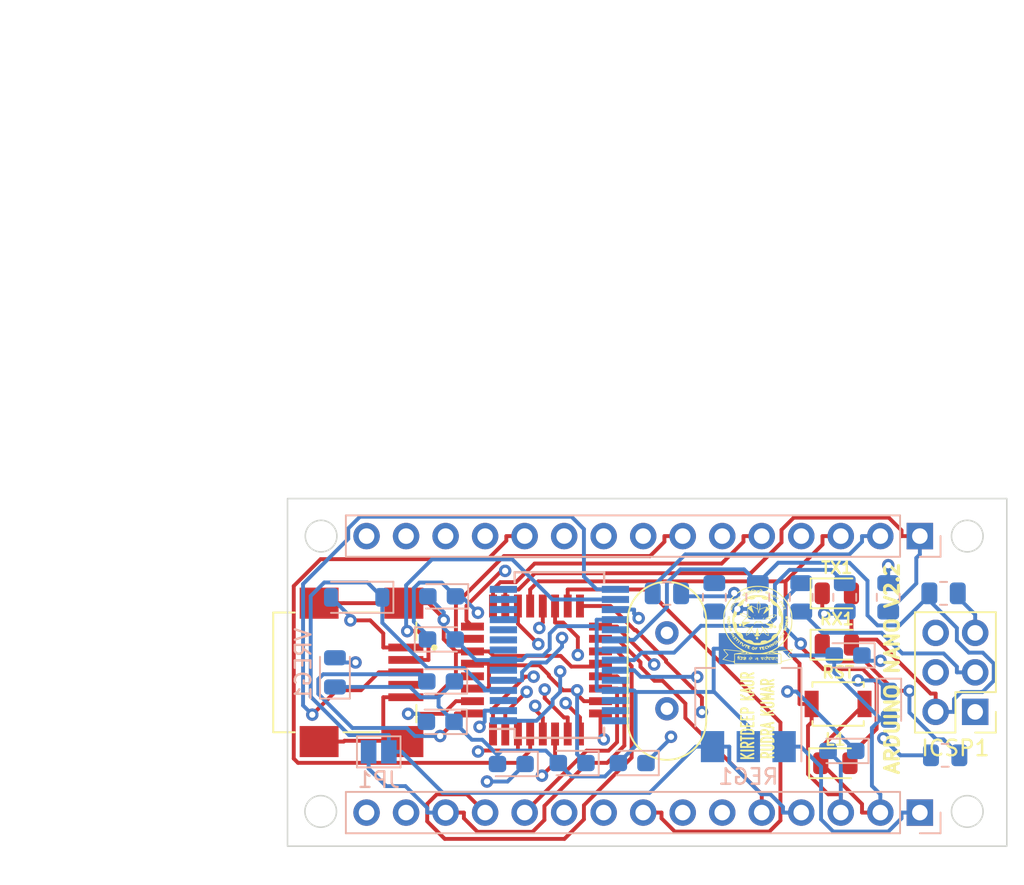
<source format=kicad_pcb>
(kicad_pcb (version 20221018) (generator pcbnew)
  (layers (0 "F.Cu" mixed) (1 "In1.Cu" mixed) (2 "In2.Cu" mixed) (31 "B.Cu" mixed) (34 "B.Paste" user) (35 "F.Paste" user) (36 "B.SilkS" user "B.Silkscreen") (37 "F.SilkS" user "F.Silkscreen") (38 "B.Mask" user) (39 "F.Mask" user) (44 "Edge.Cuts" user))
  (net 0 "")
  (net 1 "GND")
  (net 2 "Net-(U1-(PCINT6{slash}XTAL1{slash}TOSC1)_PB6)")
  (net 3 "+5V")
  (net 4 "+5C")
  (net 5 "Net-(U1-(PCINT7{slash}XTAL2{slash}TOSC2)_PB7)")
  (net 6 "/D3")
  (net 7 "/D4")
  (net 8 "/D5")
  (net 9 "/D6")
  (net 10 "/D7")
  (net 11 "/D8")
  (net 12 "/D9")
  (net 13 "/AREF")
  (net 14 "/D10")
  (net 15 "/D11{slash}MOSI")
  (net 16 "/D12{slash}MISO")
  (net 17 "/D13{slash}SCK")
  (net 18 "/A6")
  (net 19 "/A7")
  (net 20 "/A0")
  (net 21 "/A1")
  (net 22 "/A2")
  (net 23 "/A3")
  (net 24 "/A4")
  (net 25 "/A5")
  (net 26 "/D0{slash}RX")
  (net 27 "/D1{slash}TX")
  (net 28 "/RX")
  (net 29 "Net-(USB1-DTR)")
  (net 30 "Net-(USB1-CBUS1)")
  (net 31 "+3V3")
  (net 32 "/TX")
  (net 33 "Net-(USB1-CBUS0)")
  (net 41 "VUSB")
  (net 47 "/D2")
  (net 48 "VIN")
  (net 49 "Net-(VREG1-A)")
  (net 52 "Net-(USB1-USBD+)")
  (net 53 "Net-(USB1-USBD-)")
  (net 55 "/RST")
  (net 56 "Net-(L1-A)")
  (net 57 "Net-(TX1-K)")
  (net 58 "Net-(RX1-K)")
  (footprint "Button_Switch_SMD:SW_SPST_B3U-1000P-B" (layer "F.Cu") (at 110.0605 140.156)
    (fp_text reference "RST1" hide)
    (fp_text value "SW_Push")
  )
  (footprint "Connector_PinHeader_2.54mm:PinHeader_2x03_P2.54mm_Vertical" (layer "F.Cu") (at 118.872 140.664 180)
    (fp_text reference "ICSP1")
    (fp_text value "AVR-ISP-6")
  )
  (footprint "LED_SMD:LED_0805_2012Metric" (layer "F.Cu") (at 109.885 143.966)
    (fp_text reference "L1")
    (fp_text value "L_AMBER")
  )
  (footprint "LED_SMD:LED_0805_2012Metric" (layer "F.Cu") (at 109.982 136.346)
    (fp_text reference "RX1")
    (fp_text value "RX")
  )
  (footprint "10033526-N3212LF:AMPHENOL_10033526-N3212LF" (layer "F.Cu") (at 79.608 138.124 -90)
    (fp_text reference "USB_B_ADAPTER1" hide)
    (fp_text value "10033526-N3212LF")
  )
  (footprint "LED_SMD:LED_0805_2012Metric" (layer "F.Cu") (at 109.982 133.044)
    (fp_text reference "TX1")
    (fp_text value "TX")
  )
  (footprint "Crystal:Crystal_HC49-4H_Vertical" (layer "F.Cu") (at 99.06 140.464 90)
    (fp_text reference "Y1" hide)
    (fp_text value "Crystal")
  )
  (footprint "logo file:2" (layer "F.Cu") (at 104.902 135.076)
    (fp_text reference "G***" hide)
    (fp_text value "LOGO" hide)
  )
  (footprint "ATMEGA168-20AU:QFP80P900X900X120-32N" (layer "F.Cu") (at 90.678 137.9716)
    (fp_text reference "U1" hide)
    (fp_text value "ATMEGA168-20AU" hide)
  )
  (footprint "Package_TO_SOT_SMD:SOT-223-3_TabPin2" (layer "B.Cu") (at 104.292 139.75 90)
    (fp_text reference "REG1")
    (fp_text value "L7805")
  )
  (footprint "Capacitor_Tantalum_SMD:CP_EIA-2012-12_Kemet-R" (layer "B.Cu") (at 113.33 140.2385 -90)
    (fp_text reference "C9" hide)
    (fp_text value "0.1uF")
  )
  (footprint "Capacitor_Tantalum_SMD:CP_EIA-2012-12_Kemet-R" (layer "B.Cu") (at 84.582 133.236 180)
    (fp_text reference "C3" hide)
    (fp_text value "0.1uF")
  )
  (footprint "Capacitor_Tantalum_SMD:CP_EIA-2012-12_Kemet-R" (layer "B.Cu") (at 89.0575 144.016 180)
    (fp_text reference "C7" hide)
    (fp_text value "0.1uF")
  )
  (footprint "Capacitor_Tantalum_SMD:CP_EIA-2012-12_Kemet-R" (layer "B.Cu") (at 84.565 136.006)
    (fp_text reference "C2" hide)
    (fp_text value "4.7uF")
  )
  (footprint "Capacitor_Tantalum_SMD:CP_EIA-2012-12_Kemet-R" (layer "B.Cu") (at 110.3075 143.176 180)
    (fp_text reference "C4" hide)
    (fp_text value "0.1uF")
  )
  (footprint "Capacitor_Tantalum_SMD:CP_EIA-2012-12_Kemet-R" (layer "B.Cu") (at 92.9675 143.956 180)
    (fp_text reference "C10" hide)
    (fp_text value "4.7uF")
  )
  (footprint "LED_SMD:LED_0805_2012Metric" (layer "B.Cu") (at 77.724 138.124 90)
    (fp_text reference "VREG1")
    (fp_text value "BLUE")
  )
  (footprint "Resistor_SMD:R_0805_2012Metric" (layer "B.Cu") (at 102.108 133.298 -90)
    (fp_text reference "RP1D1" hide)
    (fp_text value "1K")
  )
  (footprint "Capacitor_Tantalum_SMD:CP_EIA-2012-12_Kemet-R" (layer "B.Cu") (at 84.49 141.306 180)
    (fp_text reference "C5" hide)
    (fp_text value "15pF")
  )
  (footprint "Resistor_SMD:R_0805_2012Metric" (layer "B.Cu") (at 110.49 133.298 -90)
    (fp_text reference "RP2C1" hide)
    (fp_text value "680")
  )
  (footprint "Resistor_SMD:R_0805_2012Metric" (layer "B.Cu") (at 104.902 133.298 -90)
    (fp_text reference "RP2A1" hide)
    (fp_text value "680")
  )
  (footprint "Diode_SMD:D_SOD-123" (layer "B.Cu") (at 79.12 133.298 180)
    (fp_text reference "D1" hide)
    (fp_text value "MBR0520LT")
  )
  (footprint "Resistor_SMD:R_0805_2012Metric" (layer "B.Cu") (at 107.696 133.298 -90)
    (fp_text reference "RP2B1" hide)
    (fp_text value "680")
  )
  (footprint "Capacitor_Tantalum_SMD:CP_EIA-2012-12_Kemet-R" (layer "B.Cu") (at 110.7025 137.036 180)
    (fp_text reference "C1" hide)
    (fp_text value "0.1uF")
  )
  (footprint "Package_SO:SSOP-28_5.3x10.2mm_P0.65mm" (layer "B.Cu") (at 92.15 137.011)
    (fp_text reference "USB1" hide)
    (fp_text value "FT232RL")
  )
  (footprint "Capacitor_Tantalum_SMD:CP_EIA-2012-12_Kemet-R" (layer "B.Cu") (at 96.8275 143.956 180)
    (fp_text reference "C8" hide)
    (fp_text value "4.7uF")
  )
  (footprint "Jumper:SolderJumper-2_P1.3mm_Open_Pad1.0x1.5mm" (layer "B.Cu") (at 80.54 143.236)
    (fp_text reference "JP1")
    (fp_text value "2XJP")
  )
  (footprint "Capacitor_Tantalum_SMD:CP_EIA-2012-12_Kemet-R" (layer "B.Cu") (at 84.515 138.706 180)
    (fp_text reference "C6" hide)
    (fp_text value "15pF")
  )
  (footprint "Connector_PinHeader_2.54mm:PinHeader_1x15_P2.54mm_Vertical" (layer "B.Cu") (at 115.316 147.141 90)
    (fp_text reference "J2" hide)
    (fp_text value "Conn_01x15")
  )
  (footprint "Resistor_SMD:R_0805_2012Metric" (layer "B.Cu") (at 113.284 133.298 -90)
    (fp_text reference "RP1C1" hide)
    (fp_text value "1K")
  )
  (footprint "Resistor_SMD:R_0805_2012Metric" (layer "B.Cu") (at 116.9435 143.458)
    (fp_text reference "RP2D1" hide)
    (fp_text value "680")
  )
  (footprint "Resistor_SMD:R_0805_2012Metric" (layer "B.Cu") (at 99.06 133.044 180)
    (fp_text reference "RP1B1" hide)
    (fp_text value "1K")
  )
  (footprint "Resistor_SMD:R_0805_2012Metric" (layer "B.Cu") (at 116.84 133.044)
    (fp_text reference "RP1A1" hide)
    (fp_text value "1K")
  )
  (footprint "Connector_PinHeader_2.54mm:PinHeader_1x15_P2.54mm_Vertical" (layer "B.Cu") (at 115.316 129.361 90)
    (fp_text reference "J4" hide)
    (fp_text value "Conn_01x15")
  )
  (gr_circle (center 76.835 129.361) (end 77.851 129.361) (stroke (width 0.1)) (fill none) (layer "Edge.Cuts"))
  (gr_circle (center 118.364 147.066) (end 119.38 147.066) (stroke (width 0.1)) (fill none) (layer "Edge.Cuts"))
  (gr_circle (center 76.81 147.066) (end 77.826 147.066) (stroke (width 0.1)) (fill none) (layer "Edge.Cuts"))
  (gr_rect (start 74.676 126.948) (end 120.904 149.3) (stroke (width 0.1)) (fill none) (layer "Edge.Cuts"))
  (gr_circle (center 118.364 129.361) (end 119.38 129.361) (stroke (width 0.1)) (fill none) (layer "Edge.Cuts"))
  (gr_text "RST" (at 110.0605 138.124) (layer "F.SilkS") (effects (font (size 0.746 0.746))))
  (gr_text "KIRTDEEP KAUR\nRUDRA KUMAR \n" (at 104.902 140.918 90) (layer "F.SilkS") (effects (font (size 0.80024 0.484) (thickness 0.121) bold)))
  (gr_text "ARDUINO NANO V2.2" (at 113.538 137.87 90) (layer "F.SilkS") (effects (font (size 0.8904 0.8904) (thickness 0.1984) bold)))
  (segment (start 80.5811 133.674) (end 78.2849 133.674) (width 0.25) (layer "F.Cu") (net 1))
  (segment (start 80.8311 142.5214) (end 78.3375 142.5214) (width 0.25) (layer "F.Cu") (net 1))
  (segment (start 112.776 147.141) (end 111.5991 147.141) (width 0.25) (layer "F.Cu") (net 1))
  (segment (start 85.4997 138.378) (end 84.1537 139.724) (width 0.25) (layer "F.Cu") (net 1))
  (segment (start 84.7176 135.9957) (end 84.7176 134.7505) (width 0.25) (layer "F.Cu") (net 1))
  (segment (start 76.708 142.574) (end 78.2849 142.574) (width 0.25) (layer "F.Cu") (net 1))
  (segment (start 87.9153 137.0664) (end 87.6267 136.7778) (width 0.25) (layer "F.Cu") (net 1))
  (segment (start 86.5632 138.378) (end 85.4997 138.378) (width 0.25) (layer "F.Cu") (net 1))
  (segment (start 108.9742 142.9423) (end 111.7605 140.156) (width 0.25) (layer "F.Cu") (net 1))
  (segment (start 84.1537 139.724) (end 83.7349 139.724) (width 0.25) (layer "F.Cu") (net 1))
  (segment (start 80.8311 142.5214) (end 80.8837 142.574) (width 0.25) (layer "F.Cu") (net 1))
  (segment (start 108.9742 143.966) (end 108.9742 142.9423) (width 0.25) (layer "F.Cu") (net 1))
  (segment (start 94.6076 137.7504) (end 92.9177 137.7504) (width 0.25) (layer "F.Cu") (net 1))
  (segment (start 92.2337 137.0664) (end 87.9153 137.0664) (width 0.25) (layer "F.Cu") (net 1))
  (segment (start 111.5991 147.141) (end 111.5991 146.5909) (width 0.25) (layer "F.Cu") (net 1))
  (segment (start 80.8311 139.724) (end 80.8311 142.5214) (width 0.25) (layer "F.Cu") (net 1))
  (segment (start 78.3375 142.5214) (end 78.2849 142.574) (width 0.25) (layer "F.Cu") (net 1))
  (segment (start 94.7928 137.5652) (end 94.6076 137.7504) (width 0.25) (layer "F.Cu") (net 1))
  (segment (start 82.158 133.674) (end 83.7349 133.674) (width 0.25) (layer "F.Cu") (net 1))
  (segment (start 111.5991 146.5909) (end 108.9742 143.966) (width 0.25) (layer "F.Cu") (net 1))
  (segment (start 108.9742 143.966) (end 108.9475 143.966) (width 0.25) (layer "F.Cu") (net 1))
  (segment (start 86.5632 136.7778) (end 85.4997 136.7778) (width 0.25) (layer "F.Cu") (net 1))
  (segment (start 92.9177 137.7504) (end 92.2337 137.0664) (width 0.25) (layer "F.Cu") (net 1))
  (segment (start 82.283 139.724) (end 80.8311 139.724) (width 0.25) (layer "F.Cu") (net 1))
  (segment (start 84.7176 134.6567) (end 84.7176 134.7505) (width 0.25) (layer "F.Cu") (net 1))
  (segment (start 76.708 133.674) (end 78.2849 133.674) (width 0.25) (layer "F.Cu") (net 1))
  (segment (start 82.158 133.674) (end 80.5811 133.674) (width 0.25) (layer "F.Cu") (net 1))
  (segment (start 82.283 139.724) (end 83.7349 139.724) (width 0.25) (layer "F.Cu") (net 1))
  (segment (start 86.5632 136.7778) (end 87.6267 136.7778) (width 0.25) (layer "F.Cu") (net 1))
  (segment (start 85.4997 138.378) (end 85.4997 136.7778) (width 0.25) (layer "F.Cu") (net 1))
  (segment (start 83.7349 133.674) (end 84.7176 134.6567) (width 0.25) (layer "F.Cu") (net 1))
  (segment (start 80.8837 142.574) (end 82.158 142.574) (width 0.25) (layer "F.Cu") (net 1))
  (segment (start 85.4997 136.7778) (end 84.7176 135.9957) (width 0.25) (layer "F.Cu") (net 1))
  (via (at 84.7176 134.7505) (size 0.8) (drill 0.4) (layers "F.Cu" "B.Cu") (net 1))
  (segment (start 104.292 136.6) (end 106.5189 136.6) (width 0.25) (layer "B.Cu") (net 1))
  (segment (start 112.2347 145.4228) (end 112.2347 141.6891) (width 0.25) (layer "B.Cu") (net 1))
  (segment (start 95.75 139.286) (end 96.9519 139.286) (width 0.25) (layer "B.Cu") (net 1))
  (segment (start 90.0496 137.0383) (end 89.7519 137.336) (width 0.25) (layer "B.Cu") (net 1))
  (segment (start 84.7176 134.2591) (end 84.7176 134.7505) (width 0.25) (layer "B.Cu") (net 1))
  (segment (start 95.94 143.956) (end 95.0784 144.8176) (width 0.25) (layer "B.Cu") (net 1))
  (segment (start 94.5481 135.1545) (end 94.5481 134.736) (width 0.25) (layer "B.Cu") (net 1))
  (segment (start 97.048 139.3858) (end 97.048 142.848) (width 0.25) (layer "B.Cu") (net 1))
  (segment (start 85.4525 136.006) (end 84.7176 135.2711) (width 0.25) (layer "B.Cu") (net 1))
  (segment (start 109.815 138.1432) (end 112.7978 141.126) (width 0.25) (layer "B.Cu") (net 1))
  (segment (start 91.1095 137.0383) (end 90.0496 137.0383) (width 0.25) (layer "B.Cu") (net 1))
  (segment (start 84.3843 140.3128) (end 85.3775 141.306) (width 0.25) (layer "B.Cu") (net 1))
  (segment (start 97.0499 139.3839) (end 96.9519 139.286) (width 0.25) (layer "B.Cu") (net 1))
  (segment (start 83.6945 133.236) (end 84.7176 134.2591) (width 0.25) (layer "B.Cu") (net 1))
  (segment (start 77.724 139.0615) (end 82.5562 139.0615) (width 0.25) (layer "B.Cu") (net 1))
  (segment (start 95.75 139.286) (end 94.5481 139.286) (width 0.25) (layer "B.Cu") (net 1))
  (segment (start 82.5562 139.0615) (end 83.2189 139.7242) (width 0.25) (layer "B.Cu") (net 1))
  (segment (start 102.0651 139.3839) (end 102.0651 136.6) (width 0.25) (layer "B.Cu") (net 1))
  (segment (start 91.5289 135.6291) (end 91.5289 136.6189) (width 0.25) (layer "B.Cu") (net 1))
  (segment (start 88.17 144.016) (end 88.17 143.4306) (width 0.25) (layer "B.Cu") (net 1))
  (segment (start 95.75 134.736) (end 94.5481 134.736) (width 0.25) (layer "B.Cu") (net 1))
  (segment (start 104.292 136.6) (end 102.0651 136.6) (width 0.25) (layer "B.Cu") (net 1))
  (segment (start 112.776 145.9641) (end 112.2347 145.4228) (width 0.25) (layer "B.Cu") (net 1))
  (segment (start 88.55 137.336) (end 86.7825 137.336) (width 0.25) (layer "B.Cu") (net 1))
  (segment (start 83.2189 139.7242) (end 84.3843 139.7242) (width 0.25) (layer "B.Cu") (net 1))
  (segment (start 94.5481 139.286) (end 94.5481 136.686) (width 0.25) (layer "B.Cu") (net 1))
  (segment (start 102.1028 139.3839) (end 102.0651 139.3839) (width 0.25) (layer "B.Cu") (net 1))
  (segment (start 86.7825 137.336) (end 85.4525 136.006) (width 0.25) (layer "B.Cu") (net 1))
  (segment (start 95.0784 144.8176) (end 92.9416 144.8176) (width 0.25) (layer "B.Cu") (net 1))
  (segment (start 94.5481 135.1545) (end 92.0035 135.1545) (width 0.25) (layer "B.Cu") (net 1))
  (segment (start 92.0035 135.1545) (end 91.5289 135.6291) (width 0.25) (layer "B.Cu") (net 1))
  (segment (start 109.815 137.036) (end 109.815 138.1432) (width 0.25) (layer "B.Cu") (net 1))
  (segment (start 112.7978 141.126) (end 113.33 141.126) (width 0.25) (layer "B.Cu") (net 1))
  (segment (start 97.0499 139.3839) (end 102.0651 139.3839) (width 0.25) (layer "B.Cu") (net 1))
  (segment (start 92.9416 144.8176) (end 92.08 143.956) (width 0.25) (layer "B.Cu") (net 1))
  (segment (start 109.815 137.036) (end 106.9549 137.036) (width 0.25) (layer "B.Cu") (net 1))
  (segment (start 104.292 141.5731) (end 102.1028 139.3839) (width 0.25) (layer "B.Cu") (net 1))
  (segment (start 91.5289 136.6189) (end 91.1095 137.0383) (width 0.25) (layer "B.Cu") (net 1))
  (segment (start 106.9549 137.036) (end 106.5189 136.6) (width 0.25) (layer "B.Cu") (net 1))
  (segment (start 88.4449 143.1557) (end 88.17 143.4306) (width 0.25) (layer "B.Cu") (net 1))
  (segment (start 112.776 147.141) (end 112.776 145.9641) (width 0.25) (layer "B.Cu") (net 1))
  (segment (start 88.55 137.336) (end 89.7519 137.336) (width 0.25) (layer "B.Cu") (net 1))
  (segment (start 84.3843 139.7242) (end 84.3843 140.3128) (width 0.25) (layer "B.Cu") (net 1))
  (segment (start 94.5481 136.686) (end 94.5481 135.1545) (width 0.25) (layer "B.Cu") (net 1))
  (segment (start 97.0499 139.3839) (end 97.048 139.3858) (width 0.25) (layer "B.Cu") (net 1))
  (segment (start 88.17 143.4306) (end 87.1967 142.4573) (width 0.25) (layer "B.Cu") (net 1))
  (segment (start 112.2347 141.6891) (end 112.7978 141.126) (width 0.25) (layer "B.Cu") (net 1))
  (segment (start 91.2797 143.1557) (end 88.4449 143.1557) (width 0.25) (layer "B.Cu") (net 1))
  (segment (start 85.4025 138.706) (end 84.3843 139.7242) (width 0.25) (layer "B.Cu") (net 1))
  (segment (start 84.7176 135.2711) (end 84.7176 134.7505) (width 0.25) (layer "B.Cu") (net 1))
  (segment (start 95.75 136.686) (end 94.5481 136.686) (width 0.25) (layer "B.Cu") (net 1))
  (segment (start 97.048 142.848) (end 95.94 143.956) (width 0.25) (layer "B.Cu") (net 1))
  (segment (start 92.08 143.956) (end 91.2797 143.1557) (width 0.25) (layer "B.Cu") (net 1))
  (segment (start 87.1967 142.4573) (end 86.5288 142.4573) (width 0.25) (layer "B.Cu") (net 1))
  (segment (start 104.292 142.9) (end 104.292 141.5731) (width 0.25) (layer "B.Cu") (net 1))
  (segment (start 86.5288 142.4573) (end 85.3775 141.306) (width 0.25) (layer "B.Cu") (net 1))
  (segment (start 85.4997 139.9782) (end 84.69 140.7879) (width 0.25) (layer "F.Cu") (net 2))
  (segment (start 86.5632 139.9782) (end 85.4997 139.9782) (width 0.25) (layer "F.Cu") (net 2))
  (segment (start 84.69 140.7879) (end 82.4272 140.7879) (width 0.25) (layer "F.Cu") (net 2))
  (via (at 82.4272 140.7879) (size 0.8) (drill 0.4) (layers "F.Cu" "B.Cu") (net 2))
  (segment (start 83.0844 140.7879) (end 82.4272 140.7879) (width 0.25) (layer "B.Cu") (net 2))
  (segment (start 83.6025 141.306) (end 83.0844 140.7879) (width 0.25) (layer "B.Cu") (net 2))
  (segment (start 116.332 140.664) (end 116.332 139.4871) (width 0.25) (layer "F.Cu") (net 3))
  (segment (start 112.5363 136.0156) (end 111.2499 136.0156) (width 0.25) (layer "F.Cu") (net 3))
  (segment (start 111.2499 136.0156) (end 110.9195 136.346) (width 0.25) (layer "F.Cu") (net 3))
  (segment (start 110.9195 135.6852) (end 111.2499 136.0156) (width 0.25) (layer "F.Cu") (net 3))
  (segment (start 116.332 139.4871) (end 116.0078 139.4871) (width 0.25) (layer "F.Cu") (net 3))
  (segment (start 110.9195 133.044) (end 110.9195 135.6852) (width 0.25) (layer "F.Cu") (net 3))
  (segment (start 116.0078 139.4871) (end 112.5363 136.0156) (width 0.25) (layer "F.Cu") (net 3))
  (segment (start 80.77 133.298) (end 80.77 134.9382) (width 0.25) (layer "B.Cu") (net 3))
  (segment (start 86.0209 137.8455) (end 87.3481 139.1727) (width 0.25) (layer "B.Cu") (net 3))
  (segment (start 115.9275 133.1822) (end 115.7672 133.3425) (width 0.25) (layer "B.Cu") (net 3))
  (segment (start 96.9519 136.036) (end 99.0599 133.928) (width 0.25) (layer "B.Cu") (net 3))
  (segment (start 112.5977 135.1039) (end 111.9508 134.457) (width 0.25) (layer "B.Cu") (net 3))
  (segment (start 81.19 142.1591) (end 78.6399 142.1591) (width 0.25) (layer "B.Cu") (net 3))
  (segment (start 118.463 136.854) (end 117.6949 136.0859) (width 0.25) (layer "B.Cu") (net 3))
  (segment (start 104.0155 131.499) (end 104.902 132.3855) (width 0.25) (layer "B.Cu") (net 3))
  (segment (start 110.7921 131.0736) (end 106.2139 131.0736) (width 0.25) (layer "B.Cu") (net 3))
  (segment (start 111.9508 134.457) (end 111.9508 132.2323) (width 0.25) (layer "B.Cu") (net 3))
  (segment (start 99.0599 133.928) (end 99.0599 132.3703) (width 0.25) (layer "B.Cu") (net 3))
  (segment (start 80.77 134.9382) (end 83.6773 137.8455) (width 0.25) (layer "B.Cu") (net 3))
  (segment (start 111.9508 132.2323) (end 110.7921 131.0736) (width 0.25) (layer "B.Cu") (net 3))
  (segment (start 106.2139 131.0736) (end 104.902 132.3855) (width 0.25) (layer "B.Cu") (net 3))
  (segment (start 77.0402 132.3417) (end 79.8137 132.3417) (width 0.25) (layer "B.Cu") (net 3))
  (segment (start 114.0058 135.1039) (end 112.5977 135.1039) (width 0.25) (layer "B.Cu") (net 3))
  (segment (start 83.6773 137.8455) (end 86.0209 137.8455) (width 0.25) (layer "B.Cu") (net 3))
  (segment (start 76.1678 133.2141) (end 77.0402 132.3417) (width 0.25) (layer "B.Cu") (net 3))
  (segment (start 88.55 139.286) (end 87.3481 139.286) (width 0.25) (layer "B.Cu") (net 3))
  (segment (start 97.9448 145.8703) (end 100.9151 142.9) (width 0.25) (layer "B.Cu") (net 3))
  (segment (start 107.696 147.141) (end 106.5191 147.141) (width 0.25) (layer "B.Cu") (net 3))
  (segment (start 119.3466 139.3841) (end 120.0629 138.6678) (width 0.25) (layer "B.Cu") (net 3))
  (segment (start 84.6512 145.8703) (end 97.9448 145.8703) (width 0.25) (layer "B.Cu") (net 3))
  (segment (start 117.6949 135.2702) (end 115.7672 133.3425) (width 0.25) (layer "B.Cu") (net 3))
  (segment (start 101.992 142.9) (end 103.0689 142.9) (width 0.25) (layer "B.Cu") (net 3))
  (segment (start 115.7672 133.3425) (end 114.0058 135.1039) (width 0.25) (layer "B.Cu") (net 3))
  (segment (start 103.0689 143.8952) (end 103.0689 142.9) (width 0.25) (layer "B.Cu") (net 3))
  (segment (start 115.9275 133.044) (end 115.9275 133.1822) (width 0.25) (layer "B.Cu") (net 3))
  (segment (start 81.19 143.236) (end 81.19 142.1591) (width 0.25) (layer "B.Cu") (net 3))
  (segment (start 106.5191 147.141) (end 106.5191 146.7731) (width 0.25) (layer "B.Cu") (net 3))
  (segment (start 82.0169 143.236) (end 84.6512 145.8703) (width 0.25) (layer "B.Cu") (net 3))
  (segment (start 95.75 136.036) (end 96.9519 136.036) (width 0.25) (layer "B.Cu") (net 3))
  (segment (start 116.332 140.664) (end 117.5089 140.664) (width 0.25) (layer "B.Cu") (net 3))
  (segment (start 120.0629 138.6678) (end 120.0629 137.5573) (width 0.25) (layer "B.Cu") (net 3))
  (segment (start 117.5089 139.8549) (end 117.9797 139.3841) (width 0.25) (layer "B.Cu") (net 3))
  (segment (start 106.5191 146.7731) (end 105.7101 145.9641) (width 0.25) (layer "B.Cu") (net 3))
  (segment (start 120.0629 137.5573) (end 119.3596 136.854) (width 0.25) (layer "B.Cu") (net 3))
  (segment (start 117.5089 140.664) (end 117.5089 139.8549) (width 0.25) (layer "B.Cu") (net 3))
  (segment (start 87.3481 139.1727) (end 87.3481 139.286) (width 0.25) (layer "B.Cu") (net 3))
  (segment (start 79.8137 132.3417) (end 80.77 133.298) (width 0.25) (layer "B.Cu") (net 3))
  (segment (start 76.1678 139.687) (end 76.1678 133.2141) (width 0.25) (layer "B.Cu") (net 3))
  (segment (start 99.9312 131.499) (end 104.0155 131.499) (width 0.25) (layer "B.Cu") (net 3))
  (segment (start 81.19 143.236) (end 82.0169 143.236) (width 0.25) (layer "B.Cu") (net 3))
  (segment (start 117.9797 139.3841) (end 119.3466 139.3841) (width 0.25) (layer "B.Cu") (net 3))
  (segment (start 105.7101 145.9641) (end 105.1378 145.9641) (width 0.25) (layer "B.Cu") (net 3))
  (segment (start 78.6399 142.1591) (end 76.1678 139.687) (width 0.25) (layer "B.Cu") (net 3))
  (segment (start 105.1378 145.9641) (end 103.0689 143.8952) (width 0.25) (layer "B.Cu") (net 3))
  (segment (start 99.0599 132.3703) (end 99.9312 131.499) (width 0.25) (layer "B.Cu") (net 3))
  (segment (start 117.6949 136.0859) (end 117.6949 135.2702) (width 0.25) (layer "B.Cu") (net 3))
  (segment (start 119.3596 136.854) (end 118.463 136.854) (width 0.25) (layer "B.Cu") (net 3))
  (segment (start 101.992 142.9) (end 100.9151 142.9) (width 0.25) (layer "B.Cu") (net 3))
  (segment (start 93.2879 139.2784) (end 93.2879 139.5368) (width 0.25) (layer "F.Cu") (net 4))
  (segment (start 90.8559 137.6711) (end 91.4721 138.2873) (width 0.25) (layer "F.Cu") (net 4))
  (segment (start 94.7928 139.9782) (end 93.7293 139.9782) (width 0.25) (layer "F.Cu") (net 4))
  (segment (start 93.2879 139.5368) (end 93.7293 139.9782) (width 0.25) (layer "F.Cu") (net 4))
  (segment (start 91.4721 138.3623) (end 92.3882 139.2784) (width 0.25) (layer "F.Cu") (net 4))
  (segment (start 86.5632 139.1654) (end 87.6267 139.1654) (width 0.25) (layer "F.Cu") (net 4))
  (segment (start 87.6267 137.6711) (end 90.8559 137.6711) (width 0.25) (layer "F.Cu") (net 4))
  (segment (start 87.6267 139.1654) (end 87.6267 137.6711) (width 0.25) (layer "F.Cu") (net 4))
  (segment (start 91.4721 138.2873) (end 91.4721 138.3623) (width 0.25) (layer "F.Cu") (net 4))
  (segment (start 86.5632 137.5652) (end 87.6267 137.5652) (width 0.25) (layer "F.Cu") (net 4))
  (segment (start 92.3882 139.2784) (end 93.2879 139.2784) (width 0.25) (layer "F.Cu") (net 4))
  (segment (start 87.6267 137.6711) (end 87.6267 137.5652) (width 0.25) (layer "F.Cu") (net 4))
  (via (at 86.9148 134.2895) (size 0.8) (drill 0.4) (layers "F.Cu" "B.Cu") (net 4))
  (via (at 93.2879 139.2784) (size 0.8) (drill 0.4) (layers "F.Cu" "B.Cu") (net 4))
  (segment (start 82.7945 132.7098) (end 83.1566 132.3477) (width 0.25) (layer "B.Cu") (net 4))
  (segment (start 82.7945 134.8691) (end 82.7945 132.7098) (width 0.25) (layer "B.Cu") (net 4))
  (segment (start 83.1566 132.3477) (end 84.5812 132.3477) (width 0.25) (layer "B.Cu") (net 4))
  (segment (start 84.5812 132.3477) (end 85.4695 133.236) (width 0.25) (layer "B.Cu") (net 4))
  (segment (start 85.4695 133.236) (end 85.8613 133.236) (width 0.25) (layer "B.Cu") (net 4))
  (segment (start 83.6775 136.006) (end 83.6775 135.7521) (width 0.25) (layer "B.Cu") (net 4))
  (segment (start 93.855 143.956) (end 93.2879 143.3889) (width 0.25) (layer "B.Cu") (net 4))
  (segment (start 83.6775 135.7521) (end 82.7945 134.8691) (width 0.25) (layer "B.Cu") (net 4))
  (segment (start 93.2879 143.3889) (end 93.2879 139.2784) (width 0.25) (layer "B.Cu") (net 4))
  (segment (start 85.8613 133.236) (end 86.9148 134.2895) (width 0.25) (layer "B.Cu") (net 4))
  (segment (start 85.4997 140.7656) (end 85.4997 141.2043) (width 0.25) (layer "F.Cu") (net 5))
  (segment (start 85.4997 141.2043) (end 84.4861 142.2179) (width 0.25) (layer "F.Cu") (net 5))
  (segment (start 86.5632 140.7656) (end 85.4997 140.7656) (width 0.25) (layer "F.Cu") (net 5))
  (via (at 84.4861 142.2179) (size 0.8) (drill 0.4) (layers "F.Cu" "B.Cu") (net 5))
  (segment (start 76.6541 139.5062) (end 76.6541 138.5611) (width 0.25) (layer "B.Cu") (net 5))
  (segment (start 82.8571 142.2179) (end 82.34 141.7008) (width 0.25) (layer "B.Cu") (net 5))
  (segment (start 76.9691 138.2461) (end 83.1676 138.2461) (width 0.25) (layer "B.Cu") (net 5))
  (segment (start 78.8487 141.7008) (end 76.6541 139.5062) (width 0.25) (layer "B.Cu") (net 5))
  (segment (start 83.1676 138.2461) (end 83.6275 138.706) (width 0.25) (layer "B.Cu") (net 5))
  (segment (start 84.4861 142.2179) (end 82.8571 142.2179) (width 0.25) (layer "B.Cu") (net 5))
  (segment (start 76.6541 138.5611) (end 76.9691 138.2461) (width 0.25) (layer "B.Cu") (net 5))
  (segment (start 82.34 141.7008) (end 78.8487 141.7008) (width 0.25) (layer "B.Cu") (net 5))
  (segment (start 86.5632 135.1776) (end 86.1752 134.7896) (width 0.25) (layer "F.Cu") (net 6))
  (segment (start 88.4243 131.5972) (end 88.6626 131.5972) (width 0.25) (layer "F.Cu") (net 6))
  (segment (start 86.1752 134.7896) (end 86.1752 133.8463) (width 0.25) (layer "F.Cu") (net 6))
  (segment (start 86.1752 133.8463) (end 88.4243 131.5972) (width 0.25) (layer "F.Cu") (net 6))
  (via (at 88.6626 131.5972) (size 0.8) (drill 0.4) (layers "F.Cu" "B.Cu") (net 6))
  (segment (start 98.8991 129.7268) (end 98.8991 129.361) (width 0.25) (layer "F.Cu") (net 7))
  (segment (start 100.076 129.361) (end 98.8991 129.361) (width 0.25) (layer "F.Cu") (net 7))
  (segment (start 85.4997 133.7322) (end 88.5878 130.6441) (width 0.25) (layer "F.Cu") (net 7))
  (segment (start 97.9818 130.6441) (end 98.8991 129.7268) (width 0.25) (layer "F.Cu") (net 7))
  (segment (start 86.5632 135.965) (end 85.4997 135.965) (width 0.25) (layer "F.Cu") (net 7))
  (segment (start 88.5878 130.6441) (end 97.9818 130.6441) (width 0.25) (layer "F.Cu") (net 7))
  (segment (start 85.4997 135.965) (end 85.4997 133.7322) (width 0.25) (layer "F.Cu") (net 7))
  (segment (start 89.9432 138.4005) (end 90.4952 138.4005) (width 0.25) (layer "F.Cu") (net 8))
  (segment (start 87.884 140.4597) (end 89.9432 138.4005) (width 0.25) (layer "F.Cu") (net 8))
  (segment (start 87.884 142.0864) (end 87.884 140.4597) (width 0.25) (layer "F.Cu") (net 8))
  (via (at 90.4952 138.4005) (size 0.8) (drill 0.4) (layers "F.Cu" "B.Cu") (net 8))
  (segment (start 88.6714 140.7486) (end 88.6714 142.0864) (width 0.25) (layer "F.Cu") (net 9))
  (segment (start 90.0449 139.3751) (end 88.6714 140.7486) (width 0.25) (layer "F.Cu") (net 9))
  (via (at 90.0449 139.3751) (size 0.8) (drill 0.4) (layers "F.Cu" "B.Cu") (net 9))
  (segment (start 86.9871 143.1499) (end 86.9242 143.2128) (width 0.25) (layer "F.Cu") (net 10))
  (segment (start 89.4842 142.0864) (end 89.4842 143.1499) (width 0.25) (layer "F.Cu") (net 10))
  (segment (start 89.4842 143.1499) (end 86.9871 143.1499) (width 0.25) (layer "F.Cu") (net 10))
  (via (at 86.9242 143.2128) (size 0.8) (drill 0.4) (layers "F.Cu" "B.Cu") (net 10))
  (segment (start 75.0778 132.5709) (end 76.8045 130.8442) (width 0.25) (layer "F.Cu") (net 11))
  (segment (start 88.7391 129.361) (end 89.916 129.361) (width 0.25) (layer "F.Cu") (net 11))
  (segment (start 90.2716 143.1499) (end 89.4782 143.9433) (width 0.25) (layer "F.Cu") (net 11))
  (segment (start 89.4782 143.9433) (end 75.3526 143.9433) (width 0.25) (layer "F.Cu") (net 11))
  (segment (start 88.7391 129.6623) (end 88.7391 129.361) (width 0.25) (layer "F.Cu") (net 11))
  (segment (start 75.3526 143.9433) (end 75.0778 143.6685) (width 0.25) (layer "F.Cu") (net 11))
  (segment (start 76.8045 130.8442) (end 87.5572 130.8442) (width 0.25) (layer "F.Cu") (net 11))
  (segment (start 90.2716 142.0864) (end 90.2716 143.1499) (width 0.25) (layer "F.Cu") (net 11))
  (segment (start 87.5572 130.8442) (end 88.7391 129.6623) (width 0.25) (layer "F.Cu") (net 11))
  (segment (start 75.0778 143.6685) (end 75.0778 132.5709) (width 0.25) (layer "F.Cu") (net 11))
  (segment (start 91.0844 141.0229) (end 90.5928 140.5313) (width 0.25) (layer "F.Cu") (net 12))
  (segment (start 90.5928 140.5313) (end 90.5928 140.2784) (width 0.25) (layer "F.Cu") (net 12))
  (segment (start 91.0844 142.0864) (end 91.0844 141.0229) (width 0.25) (layer "F.Cu") (net 12))
  (via (at 90.5928 140.2784) (size 0.8) (drill 0.4) (layers "F.Cu" "B.Cu") (net 12))
  (segment (start 96.3255 138.8472) (end 95.8563 138.378) (width 0.25) (layer "F.Cu") (net 13))
  (segment (start 91.186 147.6189) (end 91.186 146.7145) (width 0.25) (layer "F.Cu") (net 13))
  (segment (start 93.9579 143.9426) (end 95.2216 143.9426) (width 0.25) (layer "F.Cu") (net 13))
  (segment (start 84.836 147.141) (end 86.0129 147.141) (width 0.25) (layer "F.Cu") (net 13))
  (segment (start 91.186 146.7145) (end 93.9579 143.9426) (width 0.25) (layer "F.Cu") (net 13))
  (segment (start 86.0129 147.141) (end 86.0129 147.5068) (width 0.25) (layer "F.Cu") (net 13))
  (segment (start 86.8833 148.3772) (end 90.4277 148.3772) (width 0.25) (layer "F.Cu") (net 13))
  (segment (start 90.4277 148.3772) (end 91.186 147.6189) (width 0.25) (layer "F.Cu") (net 13))
  (segment (start 86.0129 147.5068) (end 86.8833 148.3772) (width 0.25) (layer "F.Cu") (net 13))
  (segment (start 96.3255 142.8387) (end 96.3255 138.8472) (width 0.25) (layer "F.Cu") (net 13))
  (segment (start 94.7928 138.378) (end 95.8563 138.378) (width 0.25) (layer "F.Cu") (net 13))
  (segment (start 95.2216 143.9426) (end 96.3255 142.8387) (width 0.25) (layer "F.Cu") (net 13))
  (via (at 112.7846 137.3755) (size 0.8) (drill 0.4) (layers "F.Cu" "B.Cu") (net 13))
  (segment (start 112.7846 137.3755) (end 111.9295 137.3755) (width 0.25) (layer "B.Cu") (net 13))
  (segment (start 81.016 145.4389) (end 82.2583 145.4389) (width 0.25) (layer "B.Cu") (net 13))
  (segment (start 79.89 144.3129) (end 81.016 145.4389) (width 0.25) (layer "B.Cu") (net 13))
  (segment (start 111.9295 137.3755) (end 111.59 137.036) (width 0.25) (layer "B.Cu") (net 13))
  (segment (start 83.6591 146.8397) (end 83.6591 147.141) (width 0.25) (layer "B.Cu") (net 13))
  (segment (start 79.89 143.236) (end 79.89 144.3129) (width 0.25) (layer "B.Cu") (net 13))
  (segment (start 82.2583 145.4389) (end 83.6591 146.8397) (width 0.25) (layer "B.Cu") (net 13))
  (segment (start 84.836 147.141) (end 83.6591 147.141) (width 0.25) (layer "B.Cu") (net 13))
  (segment (start 91.0295 144.7665) (end 91.8718 143.9242) (width 0.25) (layer "F.Cu") (net 14))
  (segment (start 91.8718 143.9242) (end 91.8718 142.0864) (width 0.25) (layer "F.Cu") (net 14))
  (via (at 91.0295 144.7665) (size 0.8) (drill 0.4) (layers "F.Cu" "B.Cu") (net 14))
  (segment (start 92.6846 142.0864) (end 92.6846 141.0229) (width 0.25) (layer "F.Cu") (net 15))
  (segment (start 92.6846 141.0229) (end 92.4453 141.0229) (width 0.25) (layer "F.Cu") (net 15))
  (segment (start 92.4453 141.0229) (end 91.2067 139.7843) (width 0.25) (layer "F.Cu") (net 15))
  (segment (start 91.2067 139.7843) (end 91.2067 139.2271) (width 0.25) (layer "F.Cu") (net 15))
  (via (at 91.2067 139.2271) (size 0.8) (drill 0.4) (layers "F.Cu" "B.Cu") (net 15))
  (segment (start 93.472 142.0864) (end 93.472 141.0229) (width 0.25) (layer "F.Cu") (net 16))
  (segment (start 92.5512 140.1021) (end 92.5512 140.1005) (width 0.25) (layer "F.Cu") (net 16))
  (segment (start 93.472 141.0229) (end 92.5512 140.1021) (width 0.25) (layer "F.Cu") (net 16))
  (via (at 92.5512 140.1005) (size 0.8) (drill 0.4) (layers "F.Cu" "B.Cu") (net 16))
  (segment (start 94.7928 140.7656) (end 94.7928 142.2214) (width 0.25) (layer "F.Cu") (net 17))
  (segment (start 94.7928 142.2214) (end 95.0055 142.4341) (width 0.25) (layer "F.Cu") (net 17))
  (via (at 95.0055 142.4341) (size 0.8) (drill 0.4) (layers "F.Cu" "B.Cu") (net 17))
  (segment (start 116.8442 136.9073) (end 117.6951 137.7582) (width 0.25) (layer "B.Cu") (net 17))
  (segment (start 114.1882 136.9073) (end 116.8442 136.9073) (width 0.25) (layer "B.Cu") (net 17))
  (segment (start 117.6951 137.7582) (end 117.6951 138.124) (width 0.25) (layer "B.Cu") (net 17))
  (segment (start 109.0614 135.5759) (end 112.8568 135.5759) (width 0.25) (layer "B.Cu") (net 17))
  (segment (start 112.8568 135.5759) (end 114.1882 136.9073) (width 0.25) (layer "B.Cu") (net 17))
  (segment (start 107.696 134.2105) (end 109.0614 135.5759) (width 0.25) (layer "B.Cu") (net 17))
  (segment (start 118.872 138.124) (end 117.6951 138.124) (width 0.25) (layer "B.Cu") (net 17))
  (segment (start 89.916 147.141) (end 93.896 143.161) (width 0.25) (layer "F.Cu") (net 18))
  (segment (start 95.8563 142.6113) (end 95.8563 139.1654) (width 0.25) (layer "F.Cu") (net 18))
  (segment (start 93.896 143.161) (end 95.3066 143.161) (width 0.25) (layer "F.Cu") (net 18))
  (segment (start 95.3066 143.161) (end 95.8563 142.6113) (width 0.25) (layer "F.Cu") (net 18))
  (segment (start 94.7928 139.1654) (end 95.8563 139.1654) (width 0.25) (layer "F.Cu") (net 18))
  (segment (start 83.6543 146.5822) (end 84.2724 145.9641) (width 0.25) (layer "F.Cu") (net 19))
  (segment (start 96.793 143.6039) (end 93.726 146.6709) (width 0.25) (layer "F.Cu") (net 19))
  (segment (start 84.7839 148.8322) (end 83.6543 147.7026) (width 0.25) (layer "F.Cu") (net 19))
  (segment (start 93.726 146.6709) (end 93.726 147.5793) (width 0.25) (layer "F.Cu") (net 19))
  (segment (start 96.793 137.7145) (end 96.793 143.6039) (width 0.25) (layer "F.Cu") (net 19))
  (segment (start 93.726 147.5793) (end 92.4731 148.8322) (width 0.25) (layer "F.Cu") (net 19))
  (segment (start 84.2724 145.9641) (end 86.1991 145.9641) (width 0.25) (layer "F.Cu") (net 19))
  (segment (start 94.7928 136.7778) (end 95.8563 136.7778) (width 0.25) (layer "F.Cu") (net 19))
  (segment (start 92.4731 148.8322) (end 84.7839 148.8322) (width 0.25) (layer "F.Cu") (net 19))
  (segment (start 86.1991 145.9641) (end 87.376 147.141) (width 0.25) (layer "F.Cu") (net 19))
  (segment (start 83.6543 147.7026) (end 83.6543 146.5822) (width 0.25) (layer "F.Cu") (net 19))
  (segment (start 95.8563 136.7778) (end 96.793 137.7145) (width 0.25) (layer "F.Cu") (net 19))
  (segment (start 98.2594 138.665) (end 98.7843 138.665) (width 0.25) (layer "F.Cu") (net 20))
  (segment (start 94.7928 135.965) (end 95.8563 135.965) (width 0.25) (layer "F.Cu") (net 20))
  (segment (start 100.246 140.1267) (end 100.246 141.0541) (width 0.25) (layer "F.Cu") (net 20))
  (segment (start 97.3597 137.4684) (end 97.3597 137.7653) (width 0.25) (layer "F.Cu") (net 20))
  (segment (start 95.8563 135.965) (end 97.3597 137.4684) (width 0.25) (layer "F.Cu") (net 20))
  (segment (start 97.3597 137.7653) (end 98.2594 138.665) (width 0.25) (layer "F.Cu") (net 20))
  (segment (start 100.246 141.0541) (end 105.156 145.9641) (width 0.25) (layer "F.Cu") (net 20))
  (segment (start 105.156 147.141) (end 105.156 145.9641) (width 0.25) (layer "F.Cu") (net 20))
  (segment (start 98.7843 138.665) (end 100.246 140.1267) (width 0.25) (layer "F.Cu") (net 20))
  (segment (start 94.7928 135.1776) (end 95.8563 135.1776) (width 0.25) (layer "F.Cu") (net 21))
  (segment (start 95.8563 135.1776) (end 95.8563 135.2336) (width 0.25) (layer "F.Cu") (net 21))
  (segment (start 95.8563 135.2336) (end 98.2399 137.6172) (width 0.25) (layer "F.Cu") (net 21))
  (via (at 98.2399 137.6172) (size 0.8) (drill 0.4) (layers "F.Cu" "B.Cu") (net 21))
  (segment (start 99.0054 137.3499) (end 99.0054 137.4399) (width 0.25) (layer "F.Cu") (net 22))
  (segment (start 101.3107 139.7452) (end 101.3107 140.673) (width 0.25) (layer "F.Cu") (net 22))
  (segment (start 99.0054 137.4399) (end 101.3107 139.7452) (width 0.25) (layer "F.Cu") (net 22))
  (segment (start 95.4365 133.8568) (end 96.9807 135.401) (width 0.25) (layer "F.Cu") (net 22))
  (segment (start 93.472 133.8568) (end 95.4365 133.8568) (width 0.25) (layer "F.Cu") (net 22))
  (segment (start 97.0565 135.401) (end 99.0054 137.3499) (width 0.25) (layer "F.Cu") (net 22))
  (segment (start 96.9807 135.401) (end 97.0565 135.401) (width 0.25) (layer "F.Cu") (net 22))
  (via (at 101.3107 140.673) (size 0.8) (drill 0.4) (layers "F.Cu" "B.Cu") (net 22))
  (segment (start 106.3556 147.6497) (end 105.6429 148.3624) (width 0.25) (layer "F.Cu") (net 23))
  (segment (start 92.6846 133.8568) (end 92.6846 132.7933) (width 0.25) (layer "F.Cu") (net 23))
  (segment (start 98.7129 147.5088) (end 98.7129 147.141) (width 0.25) (layer "F.Cu") (net 23))
  (segment (start 105.6429 148.3624) (end 99.5665 148.3624) (width 0.25) (layer "F.Cu") (net 23))
  (segment (start 97.536 147.141) (end 98.7129 147.141) (width 0.25) (layer "F.Cu") (net 23))
  (segment (start 92.6846 132.7933) (end 97.7968 132.7933) (width 0.25) (layer "F.Cu") (net 23))
  (segment (start 97.7968 132.7933) (end 106.3556 141.3521) (width 0.25) (layer "F.Cu") (net 23))
  (segment (start 106.3556 141.3521) (end 106.3556 147.6497) (width 0.25) (layer "F.Cu") (net 23))
  (segment (start 99.5665 148.3624) (end 98.7129 147.5088) (width 0.25) (layer "F.Cu") (net 23))
  (segment (start 91.8718 133.8568) (end 91.8718 134.9203) (width 0.25) (layer "F.Cu") (net 24))
  (segment (start 92.3918 134.9203) (end 93.3358 135.8643) (width 0.25) (layer "F.Cu") (net 24))
  (segment (start 91.8718 134.9203) (end 92.3918 134.9203) (width 0.25) (layer "F.Cu") (net 24))
  (segment (start 93.3358 135.8643) (end 93.3358 137.0046) (width 0.25) (layer "F.Cu") (net 24))
  (via (at 93.3358 137.0046) (size 0.8) (drill 0.4) (layers "F.Cu" "B.Cu") (net 24))
  (segment (start 90.8589 135.1458) (end 90.8589 135.2709) (width 0.25) (layer "F.Cu") (net 25))
  (segment (start 91.0844 133.8568) (end 91.0844 134.9203) (width 0.25) (layer "F.Cu") (net 25))
  (segment (start 91.0844 134.9203) (end 90.8589 135.1458) (width 0.25) (layer "F.Cu") (net 25))
  (via (at 90.8589 135.2709) (size 0.8) (drill 0.4) (layers "F.Cu" "B.Cu") (net 25))
  (segment (start 89.4842 133.8568) (end 89.4842 134.9956) (width 0.25) (layer "F.Cu") (net 26))
  (segment (start 89.4842 134.9956) (end 90.7967 136.3081) (width 0.25) (layer "F.Cu") (net 26))
  (via (at 90.7967 136.3081) (size 0.8) (drill 0.4) (layers "F.Cu" "B.Cu") (net 26))
  (segment (start 100.241 130.5379) (end 110.7901 130.5379) (width 0.25) (layer "B.Cu") (net 26))
  (segment (start 112.776 129.361) (end 111.5991 129.361) (width 0.25) (layer "B.Cu") (net 26))
  (segment (start 110.7901 130.5379) (end 111.5991 129.7289) (width 0.25) (layer "B.Cu") (net 26))
  (segment (start 98.1475 132.6314) (end 100.241 130.5379) (width 0.25) (layer "B.Cu") (net 26))
  (segment (start 98.1475 133.044) (end 98.1475 132.6314) (width 0.25) (layer "B.Cu") (net 26))
  (segment (start 111.5991 129.7289) (end 111.5991 129.361) (width 0.25) (layer "B.Cu") (net 26))
  (segment (start 104.4418 131.7516) (end 106.426 129.7674) (width 0.25) (layer "F.Cu") (net 27))
  (segment (start 90.5716 131.7516) (end 104.4418 131.7516) (width 0.25) (layer "F.Cu") (net 27))
  (segment (start 89.5299 132.7933) (end 90.5716 131.7516) (width 0.25) (layer "F.Cu") (net 27))
  (segment (start 113.3193 128.1734) (end 114.1391 128.9932) (width 0.25) (layer "F.Cu") (net 27))
  (segment (start 115.316 129.361) (end 114.1391 129.361) (width 0.25) (layer "F.Cu") (net 27))
  (segment (start 106.426 128.9597) (end 107.2123 128.1734) (width 0.25) (layer "F.Cu") (net 27))
  (segment (start 88.6714 133.8568) (end 88.6714 132.7933) (width 0.25) (layer "F.Cu") (net 27))
  (segment (start 88.6714 132.7933) (end 89.5299 132.7933) (width 0.25) (layer "F.Cu") (net 27))
  (segment (start 114.1391 128.9932) (end 114.1391 129.361) (width 0.25) (layer "F.Cu") (net 27))
  (segment (start 107.2123 128.1734) (end 113.3193 128.1734) (width 0.25) (layer "F.Cu") (net 27))
  (segment (start 106.426 129.7674) (end 106.426 128.9597) (width 0.25) (layer "F.Cu") (net 27))
  (segment (start 115.0871 130.7668) (end 115.316 130.5379) (width 0.25) (layer "B.Cu") (net 27))
  (segment (start 115.316 129.361) (end 115.316 130.5379) (width 0.25) (layer "B.Cu") (net 27))
  (segment (start 115.0871 132.4074) (end 115.0871 130.7668) (width 0.25) (layer "B.Cu") (net 27))
  (segment (start 113.284 134.2105) (end 115.0871 132.4074) (width 0.25) (layer "B.Cu") (net 27))
  (via (at 92.199 138.0613) (size 0.8) (drill 0.4) (layers "F.Cu" "B.Cu") (net 28))
  (via (at 103.3866 133.0293) (size 0.8) (drill 0.4) (layers "F.Cu" "B.Cu") (net 28))
  (segment (start 90.6754 141.236) (end 91.7155 140.1959) (width 0.25) (layer "B.Cu") (net 28))
  (segment (start 91.7155 140.1959) (end 91.7155 139.8674) (width 0.25) (layer "B.Cu") (net 28))
  (segment (start 103.3866 133.0293) (end 103.1814 133.2345) (width 0.25) (layer "B.Cu") (net 28))
  (segment (start 88.55 141.236) (end 90.6754 141.236) (width 0.25) (layer "B.Cu") (net 28))
  (segment (start 92.199 139.3839) (end 92.199 138.0613) (width 0.25) (layer "B.Cu") (net 28))
  (segment (start 100.163 133.2345) (end 99.9725 133.044) (width 0.25) (layer "B.Cu") (net 28))
  (segment (start 91.7155 139.8674) (end 92.199 139.3839) (width 0.25) (layer "B.Cu") (net 28))
  (segment (start 103.1814 133.2345) (end 100.163 133.2345) (width 0.25) (layer "B.Cu") (net 28))
  (via (at 87.0178 141.6267) (size 0.8) (drill 0.4) (layers "F.Cu" "B.Cu") (net 29))
  (via (at 106.8047 139.3563) (size 0.8) (drill 0.4) (layers "F.Cu" "B.Cu") (net 29))
  (segment (start 87.3481 140.586) (end 87.3481 141.2964) (width 0.25) (layer "B.Cu") (net 29))
  (segment (start 107.3753 139.3563) (end 106.8047 139.3563) (width 0.25) (layer "B.Cu") (net 29))
  (segment (start 111.195 143.176) (end 107.3753 139.3563) (width 0.25) (layer "B.Cu") (net 29))
  (segment (start 88.55 140.586) (end 87.3481 140.586) (width 0.25) (layer "B.Cu") (net 29))
  (segment (start 87.3481 141.2964) (end 87.0178 141.6267) (width 0.25) (layer "B.Cu") (net 29))
  (segment (start 106.9406 131.5353) (end 109.6398 131.5353) (width 0.25) (layer "B.Cu") (net 30))
  (segment (start 109.6398 131.5353) (end 110.49 132.3855) (width 0.25) (layer "B.Cu") (net 30))
  (segment (start 105.5332 135.1299) (end 106.0006 134.6625) (width 0.25) (layer "B.Cu") (net 30))
  (segment (start 106.0006 134.6625) (end 106.0006 132.4753) (width 0.25) (layer "B.Cu") (net 30))
  (segment (start 95.75 137.336) (end 96.9519 137.336) (width 0.25) (layer "B.Cu") (net 30))
  (segment (start 101.2457 135.1299) (end 105.5332 135.1299) (width 0.25) (layer "B.Cu") (net 30))
  (segment (start 97.4322 136.8557) (end 99.5199 136.8557) (width 0.25) (layer "B.Cu") (net 30))
  (segment (start 99.5199 136.8557) (end 101.2457 135.1299) (width 0.25) (layer "B.Cu") (net 30))
  (segment (start 96.9519 137.336) (end 97.4322 136.8557) (width 0.25) (layer "B.Cu") (net 30))
  (segment (start 106.0006 132.4753) (end 106.9406 131.5353) (width 0.25) (layer "B.Cu") (net 30))
  (via (at 87.4976 145.1434) (size 0.8) (drill 0.4) (layers "F.Cu" "B.Cu") (net 31))
  (via (at 97.2449 134.6373) (size 0.8) (drill 0.4) (layers "F.Cu" "B.Cu") (net 31))
  (segment (start 87.4976 145.1434) (end 88.8176 145.1434) (width 0.25) (layer "B.Cu") (net 31))
  (segment (start 88.8176 145.1434) (end 89.945 144.016) (width 0.25) (layer "B.Cu") (net 31))
  (segment (start 96.9519 134.086) (end 96.9519 134.3443) (width 0.25) (layer "B.Cu") (net 31))
  (segment (start 96.9519 134.3443) (end 97.2449 134.6373) (width 0.25) (layer "B.Cu") (net 31))
  (segment (start 95.75 134.086) (end 96.9519 134.086) (width 0.25) (layer "B.Cu") (net 31))
  (via (at 92.3203 135.9083) (size 0.8) (drill 0.4) (layers "F.Cu" "B.Cu") (net 32))
  (via (at 113.284 131.2328) (size 0.8) (drill 0.4) (layers "F.Cu" "B.Cu") (net 32))
  (segment (start 92.3203 136.4789) (end 92.3203 135.9083) (width 0.25) (layer "B.Cu") (net 32))
  (segment (start 89.7519 138.636) (end 89.7519 138.1117) (width 0.25) (layer "B.Cu") (net 32))
  (segment (start 88.55 138.636) (end 89.7519 138.636) (width 0.25) (layer "B.Cu") (net 32))
  (segment (start 89.7519 138.1117) (end 90.3734 137.4902) (width 0.25) (layer "B.Cu") (net 32))
  (segment (start 90.3734 137.4902) (end 91.309 137.4902) (width 0.25) (layer "B.Cu") (net 32))
  (segment (start 91.309 137.4902) (end 92.3203 136.4789) (width 0.25) (layer "B.Cu") (net 32))
  (segment (start 113.284 132.3855) (end 113.284 131.2328) (width 0.25) (layer "B.Cu") (net 32))
  (via (at 101.0071 138.4116) (size 0.8) (drill 0.4) (layers "F.Cu" "B.Cu") (net 33))
  (via (at 112.9706 142.3604) (size 0.8) (drill 0.4) (layers "F.Cu" "B.Cu") (net 33))
  (segment (start 116.031 143.458) (end 114.0682 143.458) (width 0.25) (layer "B.Cu") (net 33))
  (segment (start 97.3775 138.4116) (end 101.0071 138.4116) (width 0.25) (layer "B.Cu") (net 33))
  (segment (start 114.0682 143.458) (end 112.9706 142.3604) (width 0.25) (layer "B.Cu") (net 33))
  (segment (start 96.9519 137.986) (end 97.3775 138.4116) (width 0.25) (layer "B.Cu") (net 33))
  (segment (start 95.75 137.986) (end 96.9519 137.986) (width 0.25) (layer "B.Cu") (net 33))
  (segment (start 82.283 136.524) (end 80.8311 136.524) (width 0.25) (layer "F.Cu") (net 41))
  (segment (start 78.7202 134.7794) (end 79.9943 134.7794) (width 0.25) (layer "F.Cu") (net 41))
  (segment (start 80.8311 135.6162) (end 80.8311 136.524) (width 0.25) (layer "F.Cu") (net 41))
  (segment (start 79.9943 134.7794) (end 80.8311 135.6162) (width 0.25) (layer "F.Cu") (net 41))
  (via (at 111.3424 138.6427) (size 0.8) (drill 0.4) (layers "F.Cu" "B.Cu") (net 41))
  (via (at 78.7202 134.7794) (size 0.8) (drill 0.4) (layers "F.Cu" "B.Cu") (net 41))
  (via (at 99.3228 142.2653) (size 0.8) (drill 0.4) (layers "F.Cu" "B.Cu") (net 41))
  (segment (start 77.47 133.298) (end 78.7202 134.5482) (width 0.25) (layer "B.Cu") (net 41))
  (segment (start 112.6217 138.6427) (end 113.33 139.351) (width 0.25) (layer "B.Cu") (net 41))
  (segment (start 78.7202 134.5482) (end 78.7202 134.7794) (width 0.25) (layer "B.Cu") (net 41))
  (segment (start 97.715 143.956) (end 99.3228 142.3482) (width 0.25) (layer "B.Cu") (net 41))
  (segment (start 99.3228 142.3482) (end 99.3228 142.2653) (width 0.25) (layer "B.Cu") (net 41))
  (segment (start 111.3424 138.6427) (end 112.6217 138.6427) (width 0.25) (layer "B.Cu") (net 41))
  (segment (start 87.884 132.7933) (end 88.3532 132.3241) (width 0.25) (layer "F.Cu") (net 47))
  (segment (start 88.3532 132.3241) (end 89.3599 132.3241) (width 0.25) (layer "F.Cu") (net 47))
  (segment (start 103.9791 129.7288) (end 103.9791 129.361) (width 0.25) (layer "F.Cu") (net 47))
  (segment (start 105.156 129.361) (end 103.9791 129.361) (width 0.25) (layer "F.Cu") (net 47))
  (segment (start 89.3599 132.3241) (end 90.5583 131.1257) (width 0.25) (layer "F.Cu") (net 47))
  (segment (start 87.884 133.8568) (end 87.884 132.7933) (width 0.25) (layer "F.Cu") (net 47))
  (segment (start 90.5583 131.1257) (end 102.5822 131.1257) (width 0.25) (layer "F.Cu") (net 47))
  (segment (start 102.5822 131.1257) (end 103.9791 129.7288) (width 0.25) (layer "F.Cu") (net 47))
  (segment (start 114.1391 147.5088) (end 113.2855 148.3624) (width 0.25) (layer "B.Cu") (net 48))
  (segment (start 106.592 142.9) (end 107.6689 142.9) (width 0.25) (layer "B.Cu") (net 48))
  (segment (start 108.966 147.5793) (end 108.966 144.1971) (width 0.25) (layer "B.Cu") (net 48))
  (segment (start 114.1391 147.141) (end 114.1391 147.5088) (width 0.25) (layer "B.Cu") (net 48))
  (segment (start 108.966 144.1971) (end 107.6689 142.9) (width 0.25) (layer "B.Cu") (net 48))
  (segment (start 109.7491 148.3624) (end 108.966 147.5793) (width 0.25) (layer "B.Cu") (net 48))
  (segment (start 113.2855 148.3624) (end 109.7491 148.3624) (width 0.25) (layer "B.Cu") (net 48))
  (segment (start 115.316 147.141) (end 114.1391 147.141) (width 0.25) (layer "B.Cu") (net 48))
  (via (at 79.0477 137.4877) (size 0.8) (drill 0.4) (layers "F.Cu" "B.Cu") (net 49))
  (via (at 103.5875 134.0474) (size 0.8) (drill 0.4) (layers "F.Cu" "B.Cu") (net 49))
  (segment (start 104.7389 134.0474) (end 103.5875 134.0474) (width 0.25) (layer "B.Cu") (net 49))
  (segment (start 104.902 134.2105) (end 104.7389 134.0474) (width 0.25) (layer "B.Cu") (net 49))
  (segment (start 77.724 137.1865) (end 78.0252 137.4877) (width 0.25) (layer "B.Cu") (net 49))
  (segment (start 78.0252 137.4877) (end 79.0477 137.4877) (width 0.25) (layer "B.Cu") (net 49))
  (segment (start 79.3984 139.2721) (end 77.8404 139.2721) (width 0.25) (layer "F.Cu") (net 52))
  (segment (start 80.5465 138.124) (end 79.3984 139.2721) (width 0.25) (layer "F.Cu") (net 52))
  (segment (start 82.283 138.124) (end 80.5465 138.124) (width 0.25) (layer "F.Cu") (net 52))
  (segment (start 77.8404 139.2721) (end 76.2689 140.8436) (width 0.25) (layer "F.Cu") (net 52))
  (via (at 76.2689 140.8436) (size 0.8) (drill 0.4) (layers "F.Cu" "B.Cu") (net 52))
  (segment (start 78.5791 128.8681) (end 78.5791 129.5404) (width 0.25) (layer "B.Cu") (net 52))
  (segment (start 93.726 128.9102) (end 92.9296 128.1138) (width 0.25) (layer "B.Cu") (net 52))
  (segment (start 75.676 132.4435) (end 75.676 140.2507) (width 0.25) (layer "B.Cu") (net 52))
  (segment (start 92.9296 128.1138) (end 79.3334 128.1138) (width 0.25) (layer "B.Cu") (net 52))
  (segment (start 75.676 140.2507) (end 76.2689 140.8436) (width 0.25) (layer "B.Cu") (net 52))
  (segment (start 79.3334 128.1138) (end 78.5791 128.8681) (width 0.25) (layer "B.Cu") (net 52))
  (segment (start 78.5791 129.5404) (end 75.676 132.4435) (width 0.25) (layer "B.Cu") (net 52))
  (segment (start 93.726 131.9639) (end 93.726 128.9102) (width 0.25) (layer "B.Cu") (net 52))
  (segment (start 95.75 132.786) (end 94.5481 132.786) (width 0.25) (layer "B.Cu") (net 52))
  (segment (start 94.5481 132.786) (end 93.726 131.9639) (width 0.25) (layer "B.Cu") (net 52))
  (segment (start 82.283 137.324) (end 83.7349 137.324) (width 0.25) (layer "F.Cu") (net 53))
  (segment (start 83.7349 136.1386) (end 83.0703 135.474) (width 0.25) (layer "F.Cu") (net 53))
  (segment (start 83.7349 137.324) (end 83.7349 136.1386) (width 0.25) (layer "F.Cu") (net 53))
  (segment (start 83.0703 135.474) (end 82.3714 135.474) (width 0.25) (layer "F.Cu") (net 53))
  (via (at 82.3714 135.474) (size 0.8) (drill 0.4) (layers "F.Cu" "B.Cu") (net 53))
  (segment (start 83.9608 130.8595) (end 82.3007 132.5196) (width 0.25) (layer "B.Cu") (net 53))
  (segment (start 82.3007 132.5196) (end 82.3007 135.4033) (width 0.25) (layer "B.Cu") (net 53))
  (segment (start 95.75 133.436) (end 91.6993 133.436) (width 0.25) (layer "B.Cu") (net 53))
  (segment (start 91.6993 133.436) (end 89.1228 130.8595) (width 0.25) (layer "B.Cu") (net 53))
  (segment (start 82.3007 135.4033) (end 82.3714 135.474) (width 0.25) (layer "B.Cu") (net 53))
  (segment (start 89.1228 130.8595) (end 83.9608 130.8595) (width 0.25) (layer "B.Cu") (net 53))
  (segment (start 90.7925 132.2724) (end 106.6874 132.2724) (width 0.25) (layer "F.Cu") (net 55))
  (segment (start 90.2716 133.8568) (end 90.2716 132.7933) (width 0.25) (layer "F.Cu") (net 55))
  (segment (start 109.0591 129.9007) (end 106.6874 132.2724) (width 0.25) (layer "F.Cu") (net 55))
  (segment (start 107.5836 137.561) (end 107.5836 140.156) (width 0.25) (layer "F.Cu") (net 55))
  (segment (start 108.1276 144.6648) (end 109.4269 145.9641) (width 0.25) (layer "F.Cu") (net 55))
  (segment (start 108.3605 141.3329) (end 108.1276 141.5658) (width 0.25) (layer "F.Cu") (net 55))
  (segment (start 90.2716 132.7933) (end 90.7925 132.2724) (width 0.25) (layer "F.Cu") (net 55))
  (segment (start 108.3605 140.156) (end 107.5836 140.156) (width 0.25) (layer "F.Cu") (net 55))
  (segment (start 109.4269 145.9641) (end 110.236 145.9641) (width 0.25) (layer "F.Cu") (net 55))
  (segment (start 106.6874 132.2724) (end 106.6874 136.6648) (width 0.25) (layer "F.Cu") (net 55))
  (segment (start 110.236 129.361) (end 109.0591 129.361) (width 0.25) (layer "F.Cu") (net 55))
  (segment (start 108.3605 140.156) (end 108.3605 141.3329) (width 0.25) (layer "F.Cu") (net 55))
  (segment (start 109.0591 129.361) (end 109.0591 129.9007) (width 0.25) (layer "F.Cu") (net 55))
  (segment (start 106.6874 136.6648) (end 107.5836 137.561) (width 0.25) (layer "F.Cu") (net 55))
  (segment (start 110.236 147.141) (end 110.236 145.9641) (width 0.25) (layer "F.Cu") (net 55))
  (segment (start 108.1276 141.5658) (end 108.1276 144.6648) (width 0.25) (layer "F.Cu") (net 55))
  (segment (start 118.872 134.4071) (end 117.7525 133.2876) (width 0.25) (layer "B.Cu") (net 55))
  (segment (start 110.236 147.141) (end 110.236 143.992) (width 0.25) (layer "B.Cu") (net 55))
  (segment (start 118.872 135.584) (end 118.872 134.4071) (width 0.25) (layer "B.Cu") (net 55))
  (segment (start 117.7525 133.2876) (end 117.7525 133.044) (width 0.25) (layer "B.Cu") (net 55))
  (segment (start 110.236 143.992) (end 109.42 143.176) (width 0.25) (layer "B.Cu") (net 55))
  (segment (start 109.1054 137.9158) (end 111.6518 137.9158) (width 0.25) (layer "F.Cu") (net 56))
  (segment (start 112.5374 138.8014) (end 112.5374 141.7657) (width 0.25) (layer "F.Cu") (net 56))
  (segment (start 107.6592 136.2775) (end 107.6592 136.4696) (width 0.25) (layer "F.Cu") (net 56))
  (segment (start 110.8225 143.4806) (end 110.8225 143.966) (width 0.25) (layer "F.Cu") (net 56))
  (segment (start 112.5374 141.7657) (end 110.8225 143.4806) (width 0.25) (layer "F.Cu") (net 56))
  (segment (start 111.6518 137.9158) (end 112.5374 138.8014) (width 0.25) (layer "F.Cu") (net 56))
  (segment (start 107.6592 136.4696) (end 109.1054 137.9158) (width 0.25) (layer "F.Cu") (net 56))
  (via (at 107.6592 136.2775) (size 0.8) (drill 0.4) (layers "F.Cu" "B.Cu") (net 56))
  (segment (start 107.696 132.3855) (end 106.6681 133.4134) (width 0.25) (layer "B.Cu") (net 56))
  (segment (start 106.6681 133.4134) (end 106.6681 135.2864) (width 0.25) (layer "B.Cu") (net 56))
  (segment (start 106.6681 135.2864) (end 107.6592 136.2775) (width 0.25) (layer "B.Cu") (net 56))
  (segment (start 109.0445 133.044) (end 109.0445 134.228) (width 0.25) (layer "F.Cu") (net 57))
  (segment (start 109.0445 134.228) (end 109.1669 134.3504) (width 0.25) (layer "F.Cu") (net 57))
  (via (at 109.1669 134.3504) (size 0.8) (drill 0.4) (layers "F.Cu" "B.Cu") (net 57))
  (segment (start 110.49 134.2105) (end 110.3501 134.3504) (width 0.25) (layer "B.Cu") (net 57))
  (segment (start 110.3501 134.3504) (end 109.1669 134.3504) (width 0.25) (layer "B.Cu") (net 57))
  (segment (start 110.1173 137.4188) (end 109.0445 136.346) (width 0.25) (layer "F.Cu") (net 58))
  (segment (start 114.6464 139.3056) (end 113.6838 139.3056) (width 0.25) (layer "F.Cu") (net 58))
  (segment (start 111.797 137.4188) (end 110.1173 137.4188) (width 0.25) (layer "F.Cu") (net 58))
  (segment (start 113.6838 139.3056) (end 111.797 137.4188) (width 0.25) (layer "F.Cu") (net 58))
  (via (at 114.6464 139.3056) (size 0.8) (drill 0.4) (layers "F.Cu" "B.Cu") (net 58))
  (segment (start 117.856 143.458) (end 116.8281 142.4301) (width 0.25) (layer "B.Cu") (net 58))
  (segment (start 116.8281 142.4301) (end 116.3681 142.4301) (width 0.25) (layer "B.Cu") (net 58))
  (segment (start 114.6464 140.7084) (end 114.6464 139.3056) (width 0.25) (layer "B.Cu") (net 58))
  (segment (start 116.3681 142.4301) (end 114.6464 140.7084) (width 0.25) (layer "B.Cu") (net 58))
)
</source>
